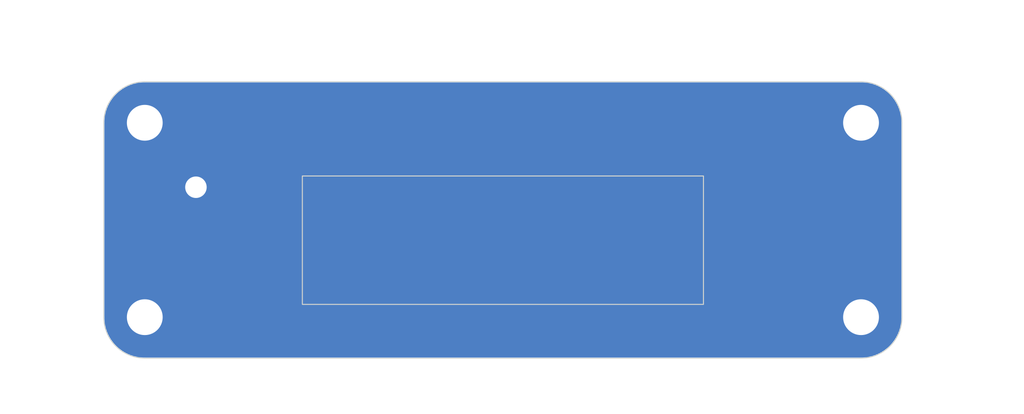
<source format=kicad_pcb>
(kicad_pcb (version 20221018) (generator pcbnew)
  (layers (0 "F.Cu" signal) (31 "B.Cu" signal) (34 "B.Paste" user) (35 "F.Paste" user) (36 "B.SilkS" user "B.Silkscreen") (37 "F.SilkS" user "F.Silkscreen") (38 "B.Mask" user) (39 "F.Mask" user) (44 "Edge.Cuts" user))
  (net 0 "")
  (net 1 "GND")
  (footprint "MountingHole:MountingHole_3.5mm_Pad_TopBottom" (layer "F.Cu") (at 174 77)
    (fp_text reference "REF**" hide)
    (fp_text value "MountingHole_3.5mm_Pad_TopBottom")
    (pad "1" thru_hole circle (at 0 0) (size 3.9 3.9) (drill 3.5) (layers "*.Cu" "*.Mask"))
    (pad "1" connect circle (at 0 0) (size 5 5) (layers "F.Cu" "F.Mask") (net 1 "GND"))
    (pad "1" connect circle (at 0 0) (size 7 7) (layers "B.Cu" "B.Mask") (net 1 "GND"))
  )
  (footprint "MountingHole:MountingHole_2.1mm" (layer "F.Cu") (at 109 83.3)
    (fp_text reference "REF**" hide)
    (fp_text value "MountingHole_2.1mm")
    (pad "" np_thru_hole circle (at 0 0) (size 2.1 2.1) (drill 2.1) (layers "*.Cu" "*.Mask"))
  )
  (footprint "MountingHole:MountingHole_3.5mm_Pad_TopBottom" (layer "F.Cu") (at 174 96)
    (fp_text reference "REF**" hide)
    (fp_text value "MountingHole_3.5mm_Pad_TopBottom")
    (pad "1" thru_hole circle (at 0 0) (size 3.9 3.9) (drill 3.5) (layers "*.Cu" "*.Mask"))
    (pad "1" connect circle (at 0 0) (size 5 5) (layers "F.Cu" "F.Mask") (net 1 "GND"))
    (pad "1" connect circle (at 0 0) (size 7 7) (layers "B.Cu" "B.Mask") (net 1 "GND"))
  )
  (footprint "MountingHole:MountingHole_3.5mm_Pad_TopBottom" (layer "F.Cu") (at 104 96)
    (fp_text reference "REF**" hide)
    (fp_text value "MountingHole_3.5mm_Pad_TopBottom")
    (pad "1" thru_hole circle (at 0 0) (size 3.9 3.9) (drill 3.5) (layers "*.Cu" "*.Mask"))
    (pad "1" connect circle (at 0 0) (size 5 5) (layers "F.Cu" "F.Mask") (net 1 "GND"))
    (pad "1" connect circle (at 0 0) (size 7 7) (layers "B.Cu" "B.Mask") (net 1 "GND"))
  )
  (footprint "MountingHole:MountingHole_3.5mm_Pad_TopBottom" (layer "F.Cu") (at 104 77)
    (fp_text reference "REF**" hide)
    (fp_text value "MountingHole_3.5mm_Pad_TopBottom")
    (pad "1" thru_hole circle (at 0 0) (size 3.9 3.9) (drill 3.5) (layers "*.Cu" "*.Mask"))
    (pad "1" connect circle (at 0 0) (size 5 5) (layers "F.Cu" "F.Mask") (net 1 "GND"))
    (pad "1" connect circle (at 0 0) (size 7 7) (layers "B.Cu" "B.Mask") (net 1 "GND"))
  )
  (gr_line (start 104 100) (end 174 100) (stroke (width 0.1)) (layer "Edge.Cuts"))
  (gr_arc (start 104 100) (mid 101.171573 98.828427) (end 100 96) (stroke (width 0.1)) (layer "Edge.Cuts"))
  (gr_line (start 100 96) (end 100 77) (stroke (width 0.1)) (layer "Edge.Cuts"))
  (gr_arc (start 100 77) (mid 101.171573 74.171573) (end 104 73) (stroke (width 0.1)) (layer "Edge.Cuts"))
  (gr_line (start 104 73) (end 174 73) (stroke (width 0.1)) (layer "Edge.Cuts"))
  (gr_line (start 178 77) (end 178 96) (stroke (width 0.1)) (layer "Edge.Cuts"))
  (gr_arc (start 174 73) (mid 176.828427 74.171573) (end 178 77) (stroke (width 0.1)) (layer "Edge.Cuts"))
  (gr_arc (start 178 96) (mid 176.828427 98.828427) (end 174 100) (stroke (width 0.1)) (layer "Edge.Cuts"))
  (gr_rect (start 119.4 82.2) (end 158.6 94.75) (stroke (width 0.1)) (fill none) (layer "Edge.Cuts"))
  (zone (net 1) (net_name "GND") (layers "F&B.Cu") (connect_pads yes (clearance 0.5)) (min_thickness 0.25) (fill yes (thermal_gap 0.5) (thermal_bridge_width 0.5) (island_removal_mode 1) (island_area_min 10))
    (polygon (pts (xy 100 73) (xy 100 100) (xy 178 100) (xy 178 73)))
  )
)
</source>
